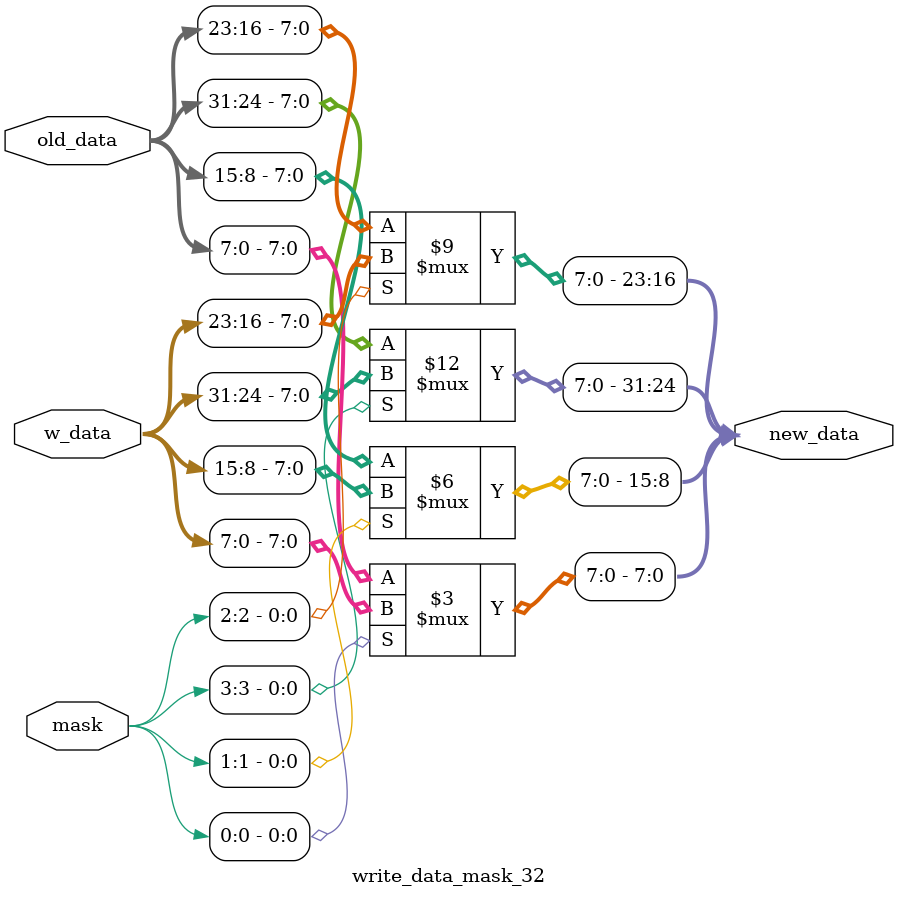
<source format=v>
`timescale 1ns / 1ps
module write_data_mask_32(
	input [3:0]mask,
	input [31:0]w_data,
	input [31:0]old_data,
	output reg [31:0]new_data
    );
	always @* begin
		new_data = old_data;
		if (mask[3])
		  new_data[31:24] = w_data[31:24];
		if (mask[2])
		  new_data[23:16] = w_data[23:16];
		if (mask[1])
		  new_data[15:8] = w_data[15:8];
		if (mask[0])
		  new_data[7:0] = w_data[7:0];
   end
	/*
	wire [7:0]byte_;
	wire [15:0]hword_;
	assign byte_ = w_data[7:0];
	assign hword_ = w_data[15:0];
	
	reg [15:0]data_16_h, data_16_l;
	always @* begin
		case (mask[3:2])
			2'b11: data_16_h = hword_;
			2'b10: data_16_h = {byte_, old_data[23:16]};
			2'b01: data_16_h = {old_data[31:24], byte_};
			2'b00: data_16_h = old_data[31:16];
		endcase
		case (mask[1:0])
			2'b11: data_16_l = hword_;
			2'b10: data_16_l = {byte_, old_data[7:0]};
			2'b01: data_16_l = {old_data[15:8], byte_};
			2'b00: data_16_l = old_data[15:0];
		endcase
	end
	
	always @* begin
		if (&{mask}) new_data = w_data;
		else new_data = {data_16_h, data_16_l};
	end
	*/
endmodule

</source>
